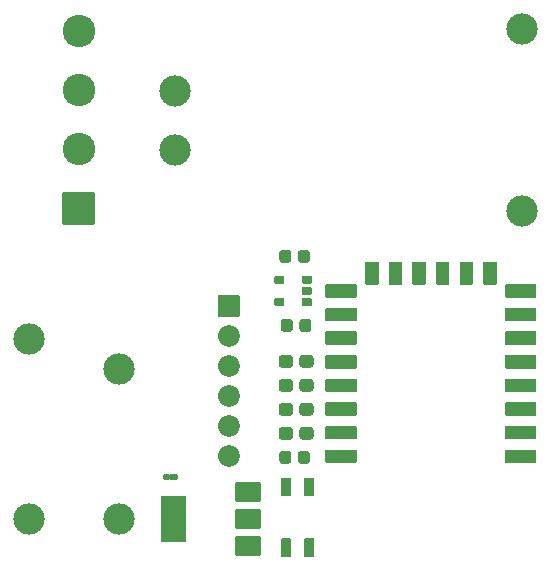
<source format=gts>
G04 #@! TF.GenerationSoftware,KiCad,Pcbnew,5.1.9-73d0e3b20d~88~ubuntu20.04.1*
G04 #@! TF.CreationDate,2021-03-27T20:57:37+01:00*
G04 #@! TF.ProjectId,Ceiling lamp,4365696c-696e-4672-906c-616d702e6b69,rev?*
G04 #@! TF.SameCoordinates,Original*
G04 #@! TF.FileFunction,Soldermask,Top*
G04 #@! TF.FilePolarity,Negative*
%FSLAX46Y46*%
G04 Gerber Fmt 4.6, Leading zero omitted, Abs format (unit mm)*
G04 Created by KiCad (PCBNEW 5.1.9-73d0e3b20d~88~ubuntu20.04.1) date 2021-03-27 20:57:37*
%MOMM*%
%LPD*%
G01*
G04 APERTURE LIST*
%ADD10C,2.650000*%
%ADD11O,1.850000X1.850000*%
%ADD12C,2.750000*%
%ADD13C,0.100000*%
G04 APERTURE END LIST*
D10*
X85358000Y-55572000D03*
X85358000Y-60572000D03*
X114758000Y-50372000D03*
X114758000Y-65772000D03*
X80615000Y-91865000D03*
X73015000Y-91865000D03*
X73015000Y-76625000D03*
X80615000Y-79165000D03*
G36*
G01*
X96962000Y-73212000D02*
X96962000Y-73722000D01*
G75*
G02*
X96887000Y-73797000I-75000J0D01*
G01*
X96187000Y-73797000D01*
G75*
G02*
X96112000Y-73722000I0J75000D01*
G01*
X96112000Y-73212000D01*
G75*
G02*
X96187000Y-73137000I75000J0D01*
G01*
X96887000Y-73137000D01*
G75*
G02*
X96962000Y-73212000I0J-75000D01*
G01*
G37*
G36*
G01*
X96962000Y-72262000D02*
X96962000Y-72772000D01*
G75*
G02*
X96887000Y-72847000I-75000J0D01*
G01*
X96187000Y-72847000D01*
G75*
G02*
X96112000Y-72772000I0J75000D01*
G01*
X96112000Y-72262000D01*
G75*
G02*
X96187000Y-72187000I75000J0D01*
G01*
X96887000Y-72187000D01*
G75*
G02*
X96962000Y-72262000I0J-75000D01*
G01*
G37*
G36*
G01*
X96962000Y-71312000D02*
X96962000Y-71822000D01*
G75*
G02*
X96887000Y-71897000I-75000J0D01*
G01*
X96187000Y-71897000D01*
G75*
G02*
X96112000Y-71822000I0J75000D01*
G01*
X96112000Y-71312000D01*
G75*
G02*
X96187000Y-71237000I75000J0D01*
G01*
X96887000Y-71237000D01*
G75*
G02*
X96962000Y-71312000I0J-75000D01*
G01*
G37*
G36*
G01*
X94642000Y-71312000D02*
X94642000Y-71822000D01*
G75*
G02*
X94567000Y-71897000I-75000J0D01*
G01*
X93867000Y-71897000D01*
G75*
G02*
X93792000Y-71822000I0J75000D01*
G01*
X93792000Y-71312000D01*
G75*
G02*
X93867000Y-71237000I75000J0D01*
G01*
X94567000Y-71237000D01*
G75*
G02*
X94642000Y-71312000I0J-75000D01*
G01*
G37*
G36*
G01*
X94642000Y-73212000D02*
X94642000Y-73722000D01*
G75*
G02*
X94567000Y-73797000I-75000J0D01*
G01*
X93867000Y-73797000D01*
G75*
G02*
X93792000Y-73722000I0J75000D01*
G01*
X93792000Y-73212000D01*
G75*
G02*
X93867000Y-73137000I75000J0D01*
G01*
X94567000Y-73137000D01*
G75*
G02*
X94642000Y-73212000I0J-75000D01*
G01*
G37*
G36*
G01*
X96408000Y-93474000D02*
X97108000Y-93474000D01*
G75*
G02*
X97183000Y-93549000I0J-75000D01*
G01*
X97183000Y-94999000D01*
G75*
G02*
X97108000Y-95074000I-75000J0D01*
G01*
X96408000Y-95074000D01*
G75*
G02*
X96333000Y-94999000I0J75000D01*
G01*
X96333000Y-93549000D01*
G75*
G02*
X96408000Y-93474000I75000J0D01*
G01*
G37*
G36*
G01*
X96408000Y-88314000D02*
X97108000Y-88314000D01*
G75*
G02*
X97183000Y-88389000I0J-75000D01*
G01*
X97183000Y-89839000D01*
G75*
G02*
X97108000Y-89914000I-75000J0D01*
G01*
X96408000Y-89914000D01*
G75*
G02*
X96333000Y-89839000I0J75000D01*
G01*
X96333000Y-88389000D01*
G75*
G02*
X96408000Y-88314000I75000J0D01*
G01*
G37*
G36*
G01*
X94408000Y-88314000D02*
X95108000Y-88314000D01*
G75*
G02*
X95183000Y-88389000I0J-75000D01*
G01*
X95183000Y-89839000D01*
G75*
G02*
X95108000Y-89914000I-75000J0D01*
G01*
X94408000Y-89914000D01*
G75*
G02*
X94333000Y-89839000I0J75000D01*
G01*
X94333000Y-88389000D01*
G75*
G02*
X94408000Y-88314000I75000J0D01*
G01*
G37*
G36*
G01*
X94408000Y-93474000D02*
X95108000Y-93474000D01*
G75*
G02*
X95183000Y-93549000I0J-75000D01*
G01*
X95183000Y-94999000D01*
G75*
G02*
X95108000Y-95074000I-75000J0D01*
G01*
X94408000Y-95074000D01*
G75*
G02*
X94333000Y-94999000I0J75000D01*
G01*
X94333000Y-93549000D01*
G75*
G02*
X94408000Y-93474000I75000J0D01*
G01*
G37*
G36*
G01*
X95906000Y-75731750D02*
X95906000Y-75144250D01*
G75*
G02*
X96162250Y-74888000I256250J0D01*
G01*
X96674750Y-74888000D01*
G75*
G02*
X96931000Y-75144250I0J-256250D01*
G01*
X96931000Y-75731750D01*
G75*
G02*
X96674750Y-75988000I-256250J0D01*
G01*
X96162250Y-75988000D01*
G75*
G02*
X95906000Y-75731750I0J256250D01*
G01*
G37*
G36*
G01*
X94331000Y-75731750D02*
X94331000Y-75144250D01*
G75*
G02*
X94587250Y-74888000I256250J0D01*
G01*
X95099750Y-74888000D01*
G75*
G02*
X95356000Y-75144250I0J-256250D01*
G01*
X95356000Y-75731750D01*
G75*
G02*
X95099750Y-75988000I-256250J0D01*
G01*
X94587250Y-75988000D01*
G75*
G02*
X94331000Y-75731750I0J256250D01*
G01*
G37*
G36*
G01*
X96804000Y-69302250D02*
X96804000Y-69889750D01*
G75*
G02*
X96547750Y-70146000I-256250J0D01*
G01*
X96035250Y-70146000D01*
G75*
G02*
X95779000Y-69889750I0J256250D01*
G01*
X95779000Y-69302250D01*
G75*
G02*
X96035250Y-69046000I256250J0D01*
G01*
X96547750Y-69046000D01*
G75*
G02*
X96804000Y-69302250I0J-256250D01*
G01*
G37*
G36*
G01*
X95229000Y-69302250D02*
X95229000Y-69889750D01*
G75*
G02*
X94972750Y-70146000I-256250J0D01*
G01*
X94460250Y-70146000D01*
G75*
G02*
X94204000Y-69889750I0J256250D01*
G01*
X94204000Y-69302250D01*
G75*
G02*
X94460250Y-69046000I256250J0D01*
G01*
X94972750Y-69046000D01*
G75*
G02*
X95229000Y-69302250I0J-256250D01*
G01*
G37*
G36*
G01*
X88991000Y-74637000D02*
X88991000Y-72937000D01*
G75*
G02*
X89066000Y-72862000I75000J0D01*
G01*
X90766000Y-72862000D01*
G75*
G02*
X90841000Y-72937000I0J-75000D01*
G01*
X90841000Y-74637000D01*
G75*
G02*
X90766000Y-74712000I-75000J0D01*
G01*
X89066000Y-74712000D01*
G75*
G02*
X88991000Y-74637000I0J75000D01*
G01*
G37*
D11*
X89916000Y-76327000D03*
X89916000Y-78867000D03*
X89916000Y-81407000D03*
X89916000Y-83947000D03*
X89916000Y-86487000D03*
G36*
G01*
X85588000Y-88127500D02*
X85588000Y-88402500D01*
G75*
G02*
X85450500Y-88540000I-137500J0D01*
G01*
X85115500Y-88540000D01*
G75*
G02*
X84978000Y-88402500I0J137500D01*
G01*
X84978000Y-88127500D01*
G75*
G02*
X85115500Y-87990000I137500J0D01*
G01*
X85450500Y-87990000D01*
G75*
G02*
X85588000Y-88127500I0J-137500D01*
G01*
G37*
G36*
G01*
X84948000Y-88127500D02*
X84948000Y-88402500D01*
G75*
G02*
X84810500Y-88540000I-137500J0D01*
G01*
X84475500Y-88540000D01*
G75*
G02*
X84338000Y-88402500I0J137500D01*
G01*
X84338000Y-88127500D01*
G75*
G02*
X84475500Y-87990000I137500J0D01*
G01*
X84810500Y-87990000D01*
G75*
G02*
X84948000Y-88127500I0J-137500D01*
G01*
G37*
G36*
G01*
X94204000Y-86907750D02*
X94204000Y-86320250D01*
G75*
G02*
X94460250Y-86064000I256250J0D01*
G01*
X94972750Y-86064000D01*
G75*
G02*
X95229000Y-86320250I0J-256250D01*
G01*
X95229000Y-86907750D01*
G75*
G02*
X94972750Y-87164000I-256250J0D01*
G01*
X94460250Y-87164000D01*
G75*
G02*
X94204000Y-86907750I0J256250D01*
G01*
G37*
G36*
G01*
X95779000Y-86907750D02*
X95779000Y-86320250D01*
G75*
G02*
X96035250Y-86064000I256250J0D01*
G01*
X96547750Y-86064000D01*
G75*
G02*
X96804000Y-86320250I0J-256250D01*
G01*
X96804000Y-86907750D01*
G75*
G02*
X96547750Y-87164000I-256250J0D01*
G01*
X96035250Y-87164000D01*
G75*
G02*
X95779000Y-86907750I0J256250D01*
G01*
G37*
G36*
G01*
X115966000Y-86018000D02*
X115966000Y-87018000D01*
G75*
G02*
X115891000Y-87093000I-75000J0D01*
G01*
X113391000Y-87093000D01*
G75*
G02*
X113316000Y-87018000I0J75000D01*
G01*
X113316000Y-86018000D01*
G75*
G02*
X113391000Y-85943000I75000J0D01*
G01*
X115891000Y-85943000D01*
G75*
G02*
X115966000Y-86018000I0J-75000D01*
G01*
G37*
G36*
G01*
X115966000Y-84018000D02*
X115966000Y-85018000D01*
G75*
G02*
X115891000Y-85093000I-75000J0D01*
G01*
X113391000Y-85093000D01*
G75*
G02*
X113316000Y-85018000I0J75000D01*
G01*
X113316000Y-84018000D01*
G75*
G02*
X113391000Y-83943000I75000J0D01*
G01*
X115891000Y-83943000D01*
G75*
G02*
X115966000Y-84018000I0J-75000D01*
G01*
G37*
G36*
G01*
X115966000Y-82018000D02*
X115966000Y-83018000D01*
G75*
G02*
X115891000Y-83093000I-75000J0D01*
G01*
X113391000Y-83093000D01*
G75*
G02*
X113316000Y-83018000I0J75000D01*
G01*
X113316000Y-82018000D01*
G75*
G02*
X113391000Y-81943000I75000J0D01*
G01*
X115891000Y-81943000D01*
G75*
G02*
X115966000Y-82018000I0J-75000D01*
G01*
G37*
G36*
G01*
X115966000Y-80018000D02*
X115966000Y-81018000D01*
G75*
G02*
X115891000Y-81093000I-75000J0D01*
G01*
X113391000Y-81093000D01*
G75*
G02*
X113316000Y-81018000I0J75000D01*
G01*
X113316000Y-80018000D01*
G75*
G02*
X113391000Y-79943000I75000J0D01*
G01*
X115891000Y-79943000D01*
G75*
G02*
X115966000Y-80018000I0J-75000D01*
G01*
G37*
G36*
G01*
X115966000Y-78018000D02*
X115966000Y-79018000D01*
G75*
G02*
X115891000Y-79093000I-75000J0D01*
G01*
X113391000Y-79093000D01*
G75*
G02*
X113316000Y-79018000I0J75000D01*
G01*
X113316000Y-78018000D01*
G75*
G02*
X113391000Y-77943000I75000J0D01*
G01*
X115891000Y-77943000D01*
G75*
G02*
X115966000Y-78018000I0J-75000D01*
G01*
G37*
G36*
G01*
X115966000Y-76018000D02*
X115966000Y-77018000D01*
G75*
G02*
X115891000Y-77093000I-75000J0D01*
G01*
X113391000Y-77093000D01*
G75*
G02*
X113316000Y-77018000I0J75000D01*
G01*
X113316000Y-76018000D01*
G75*
G02*
X113391000Y-75943000I75000J0D01*
G01*
X115891000Y-75943000D01*
G75*
G02*
X115966000Y-76018000I0J-75000D01*
G01*
G37*
G36*
G01*
X115966000Y-74018000D02*
X115966000Y-75018000D01*
G75*
G02*
X115891000Y-75093000I-75000J0D01*
G01*
X113391000Y-75093000D01*
G75*
G02*
X113316000Y-75018000I0J75000D01*
G01*
X113316000Y-74018000D01*
G75*
G02*
X113391000Y-73943000I75000J0D01*
G01*
X115891000Y-73943000D01*
G75*
G02*
X115966000Y-74018000I0J-75000D01*
G01*
G37*
G36*
G01*
X115966000Y-72018000D02*
X115966000Y-73018000D01*
G75*
G02*
X115891000Y-73093000I-75000J0D01*
G01*
X113391000Y-73093000D01*
G75*
G02*
X113316000Y-73018000I0J75000D01*
G01*
X113316000Y-72018000D01*
G75*
G02*
X113391000Y-71943000I75000J0D01*
G01*
X115891000Y-71943000D01*
G75*
G02*
X115966000Y-72018000I0J-75000D01*
G01*
G37*
G36*
G01*
X112616000Y-70118000D02*
X112616000Y-71918000D01*
G75*
G02*
X112541000Y-71993000I-75000J0D01*
G01*
X111541000Y-71993000D01*
G75*
G02*
X111466000Y-71918000I0J75000D01*
G01*
X111466000Y-70118000D01*
G75*
G02*
X111541000Y-70043000I75000J0D01*
G01*
X112541000Y-70043000D01*
G75*
G02*
X112616000Y-70118000I0J-75000D01*
G01*
G37*
G36*
G01*
X110616000Y-70118000D02*
X110616000Y-71918000D01*
G75*
G02*
X110541000Y-71993000I-75000J0D01*
G01*
X109541000Y-71993000D01*
G75*
G02*
X109466000Y-71918000I0J75000D01*
G01*
X109466000Y-70118000D01*
G75*
G02*
X109541000Y-70043000I75000J0D01*
G01*
X110541000Y-70043000D01*
G75*
G02*
X110616000Y-70118000I0J-75000D01*
G01*
G37*
G36*
G01*
X108616000Y-70118000D02*
X108616000Y-71918000D01*
G75*
G02*
X108541000Y-71993000I-75000J0D01*
G01*
X107541000Y-71993000D01*
G75*
G02*
X107466000Y-71918000I0J75000D01*
G01*
X107466000Y-70118000D01*
G75*
G02*
X107541000Y-70043000I75000J0D01*
G01*
X108541000Y-70043000D01*
G75*
G02*
X108616000Y-70118000I0J-75000D01*
G01*
G37*
G36*
G01*
X106616000Y-70118000D02*
X106616000Y-71918000D01*
G75*
G02*
X106541000Y-71993000I-75000J0D01*
G01*
X105541000Y-71993000D01*
G75*
G02*
X105466000Y-71918000I0J75000D01*
G01*
X105466000Y-70118000D01*
G75*
G02*
X105541000Y-70043000I75000J0D01*
G01*
X106541000Y-70043000D01*
G75*
G02*
X106616000Y-70118000I0J-75000D01*
G01*
G37*
G36*
G01*
X104616000Y-70118000D02*
X104616000Y-71918000D01*
G75*
G02*
X104541000Y-71993000I-75000J0D01*
G01*
X103541000Y-71993000D01*
G75*
G02*
X103466000Y-71918000I0J75000D01*
G01*
X103466000Y-70118000D01*
G75*
G02*
X103541000Y-70043000I75000J0D01*
G01*
X104541000Y-70043000D01*
G75*
G02*
X104616000Y-70118000I0J-75000D01*
G01*
G37*
G36*
G01*
X102616000Y-70118000D02*
X102616000Y-71918000D01*
G75*
G02*
X102541000Y-71993000I-75000J0D01*
G01*
X101541000Y-71993000D01*
G75*
G02*
X101466000Y-71918000I0J75000D01*
G01*
X101466000Y-70118000D01*
G75*
G02*
X101541000Y-70043000I75000J0D01*
G01*
X102541000Y-70043000D01*
G75*
G02*
X102616000Y-70118000I0J-75000D01*
G01*
G37*
G36*
G01*
X100766000Y-72018000D02*
X100766000Y-73018000D01*
G75*
G02*
X100691000Y-73093000I-75000J0D01*
G01*
X98191000Y-73093000D01*
G75*
G02*
X98116000Y-73018000I0J75000D01*
G01*
X98116000Y-72018000D01*
G75*
G02*
X98191000Y-71943000I75000J0D01*
G01*
X100691000Y-71943000D01*
G75*
G02*
X100766000Y-72018000I0J-75000D01*
G01*
G37*
G36*
G01*
X100766000Y-74018000D02*
X100766000Y-75018000D01*
G75*
G02*
X100691000Y-75093000I-75000J0D01*
G01*
X98191000Y-75093000D01*
G75*
G02*
X98116000Y-75018000I0J75000D01*
G01*
X98116000Y-74018000D01*
G75*
G02*
X98191000Y-73943000I75000J0D01*
G01*
X100691000Y-73943000D01*
G75*
G02*
X100766000Y-74018000I0J-75000D01*
G01*
G37*
G36*
G01*
X100766000Y-76018000D02*
X100766000Y-77018000D01*
G75*
G02*
X100691000Y-77093000I-75000J0D01*
G01*
X98191000Y-77093000D01*
G75*
G02*
X98116000Y-77018000I0J75000D01*
G01*
X98116000Y-76018000D01*
G75*
G02*
X98191000Y-75943000I75000J0D01*
G01*
X100691000Y-75943000D01*
G75*
G02*
X100766000Y-76018000I0J-75000D01*
G01*
G37*
G36*
G01*
X100766000Y-78018000D02*
X100766000Y-79018000D01*
G75*
G02*
X100691000Y-79093000I-75000J0D01*
G01*
X98191000Y-79093000D01*
G75*
G02*
X98116000Y-79018000I0J75000D01*
G01*
X98116000Y-78018000D01*
G75*
G02*
X98191000Y-77943000I75000J0D01*
G01*
X100691000Y-77943000D01*
G75*
G02*
X100766000Y-78018000I0J-75000D01*
G01*
G37*
G36*
G01*
X100766000Y-80018000D02*
X100766000Y-81018000D01*
G75*
G02*
X100691000Y-81093000I-75000J0D01*
G01*
X98191000Y-81093000D01*
G75*
G02*
X98116000Y-81018000I0J75000D01*
G01*
X98116000Y-80018000D01*
G75*
G02*
X98191000Y-79943000I75000J0D01*
G01*
X100691000Y-79943000D01*
G75*
G02*
X100766000Y-80018000I0J-75000D01*
G01*
G37*
G36*
G01*
X100766000Y-82018000D02*
X100766000Y-83018000D01*
G75*
G02*
X100691000Y-83093000I-75000J0D01*
G01*
X98191000Y-83093000D01*
G75*
G02*
X98116000Y-83018000I0J75000D01*
G01*
X98116000Y-82018000D01*
G75*
G02*
X98191000Y-81943000I75000J0D01*
G01*
X100691000Y-81943000D01*
G75*
G02*
X100766000Y-82018000I0J-75000D01*
G01*
G37*
G36*
G01*
X100766000Y-84018000D02*
X100766000Y-85018000D01*
G75*
G02*
X100691000Y-85093000I-75000J0D01*
G01*
X98191000Y-85093000D01*
G75*
G02*
X98116000Y-85018000I0J75000D01*
G01*
X98116000Y-84018000D01*
G75*
G02*
X98191000Y-83943000I75000J0D01*
G01*
X100691000Y-83943000D01*
G75*
G02*
X100766000Y-84018000I0J-75000D01*
G01*
G37*
G36*
G01*
X100766000Y-86018000D02*
X100766000Y-87018000D01*
G75*
G02*
X100691000Y-87093000I-75000J0D01*
G01*
X98191000Y-87093000D01*
G75*
G02*
X98116000Y-87018000I0J75000D01*
G01*
X98116000Y-86018000D01*
G75*
G02*
X98191000Y-85943000I75000J0D01*
G01*
X100691000Y-85943000D01*
G75*
G02*
X100766000Y-86018000I0J-75000D01*
G01*
G37*
G36*
G01*
X95356000Y-82275000D02*
X95356000Y-82825000D01*
G75*
G02*
X95081000Y-83100000I-275000J0D01*
G01*
X94431000Y-83100000D01*
G75*
G02*
X94156000Y-82825000I0J275000D01*
G01*
X94156000Y-82275000D01*
G75*
G02*
X94431000Y-82000000I275000J0D01*
G01*
X95081000Y-82000000D01*
G75*
G02*
X95356000Y-82275000I0J-275000D01*
G01*
G37*
G36*
G01*
X97106000Y-82275000D02*
X97106000Y-82825000D01*
G75*
G02*
X96831000Y-83100000I-275000J0D01*
G01*
X96181000Y-83100000D01*
G75*
G02*
X95906000Y-82825000I0J275000D01*
G01*
X95906000Y-82275000D01*
G75*
G02*
X96181000Y-82000000I275000J0D01*
G01*
X96831000Y-82000000D01*
G75*
G02*
X97106000Y-82275000I0J-275000D01*
G01*
G37*
G36*
G01*
X94156000Y-78761000D02*
X94156000Y-78211000D01*
G75*
G02*
X94431000Y-77936000I275000J0D01*
G01*
X95081000Y-77936000D01*
G75*
G02*
X95356000Y-78211000I0J-275000D01*
G01*
X95356000Y-78761000D01*
G75*
G02*
X95081000Y-79036000I-275000J0D01*
G01*
X94431000Y-79036000D01*
G75*
G02*
X94156000Y-78761000I0J275000D01*
G01*
G37*
G36*
G01*
X95906000Y-78761000D02*
X95906000Y-78211000D01*
G75*
G02*
X96181000Y-77936000I275000J0D01*
G01*
X96831000Y-77936000D01*
G75*
G02*
X97106000Y-78211000I0J-275000D01*
G01*
X97106000Y-78761000D01*
G75*
G02*
X96831000Y-79036000I-275000J0D01*
G01*
X96181000Y-79036000D01*
G75*
G02*
X95906000Y-78761000I0J275000D01*
G01*
G37*
G36*
G01*
X95356000Y-80243000D02*
X95356000Y-80793000D01*
G75*
G02*
X95081000Y-81068000I-275000J0D01*
G01*
X94431000Y-81068000D01*
G75*
G02*
X94156000Y-80793000I0J275000D01*
G01*
X94156000Y-80243000D01*
G75*
G02*
X94431000Y-79968000I275000J0D01*
G01*
X95081000Y-79968000D01*
G75*
G02*
X95356000Y-80243000I0J-275000D01*
G01*
G37*
G36*
G01*
X97106000Y-80243000D02*
X97106000Y-80793000D01*
G75*
G02*
X96831000Y-81068000I-275000J0D01*
G01*
X96181000Y-81068000D01*
G75*
G02*
X95906000Y-80793000I0J275000D01*
G01*
X95906000Y-80243000D01*
G75*
G02*
X96181000Y-79968000I275000J0D01*
G01*
X96831000Y-79968000D01*
G75*
G02*
X97106000Y-80243000I0J-275000D01*
G01*
G37*
G36*
G01*
X94156000Y-84857000D02*
X94156000Y-84307000D01*
G75*
G02*
X94431000Y-84032000I275000J0D01*
G01*
X95081000Y-84032000D01*
G75*
G02*
X95356000Y-84307000I0J-275000D01*
G01*
X95356000Y-84857000D01*
G75*
G02*
X95081000Y-85132000I-275000J0D01*
G01*
X94431000Y-85132000D01*
G75*
G02*
X94156000Y-84857000I0J275000D01*
G01*
G37*
G36*
G01*
X95906000Y-84857000D02*
X95906000Y-84307000D01*
G75*
G02*
X96181000Y-84032000I275000J0D01*
G01*
X96831000Y-84032000D01*
G75*
G02*
X97106000Y-84307000I0J-275000D01*
G01*
X97106000Y-84857000D01*
G75*
G02*
X96831000Y-85132000I-275000J0D01*
G01*
X96181000Y-85132000D01*
G75*
G02*
X95906000Y-84857000I0J275000D01*
G01*
G37*
G36*
G01*
X86317000Y-89921000D02*
X86317000Y-93721000D01*
G75*
G02*
X86242000Y-93796000I-75000J0D01*
G01*
X84242000Y-93796000D01*
G75*
G02*
X84167000Y-93721000I0J75000D01*
G01*
X84167000Y-89921000D01*
G75*
G02*
X84242000Y-89846000I75000J0D01*
G01*
X86242000Y-89846000D01*
G75*
G02*
X86317000Y-89921000I0J-75000D01*
G01*
G37*
G36*
G01*
X92617000Y-91071000D02*
X92617000Y-92571000D01*
G75*
G02*
X92542000Y-92646000I-75000J0D01*
G01*
X90542000Y-92646000D01*
G75*
G02*
X90467000Y-92571000I0J75000D01*
G01*
X90467000Y-91071000D01*
G75*
G02*
X90542000Y-90996000I75000J0D01*
G01*
X92542000Y-90996000D01*
G75*
G02*
X92617000Y-91071000I0J-75000D01*
G01*
G37*
G36*
G01*
X92617000Y-88771000D02*
X92617000Y-90271000D01*
G75*
G02*
X92542000Y-90346000I-75000J0D01*
G01*
X90542000Y-90346000D01*
G75*
G02*
X90467000Y-90271000I0J75000D01*
G01*
X90467000Y-88771000D01*
G75*
G02*
X90542000Y-88696000I75000J0D01*
G01*
X92542000Y-88696000D01*
G75*
G02*
X92617000Y-88771000I0J-75000D01*
G01*
G37*
G36*
G01*
X92617000Y-93371000D02*
X92617000Y-94871000D01*
G75*
G02*
X92542000Y-94946000I-75000J0D01*
G01*
X90542000Y-94946000D01*
G75*
G02*
X90467000Y-94871000I0J75000D01*
G01*
X90467000Y-93371000D01*
G75*
G02*
X90542000Y-93296000I75000J0D01*
G01*
X92542000Y-93296000D01*
G75*
G02*
X92617000Y-93371000I0J-75000D01*
G01*
G37*
G36*
G01*
X78516000Y-66907000D02*
X75916000Y-66907000D01*
G75*
G02*
X75841000Y-66832000I0J75000D01*
G01*
X75841000Y-64232000D01*
G75*
G02*
X75916000Y-64157000I75000J0D01*
G01*
X78516000Y-64157000D01*
G75*
G02*
X78591000Y-64232000I0J-75000D01*
G01*
X78591000Y-66832000D01*
G75*
G02*
X78516000Y-66907000I-75000J0D01*
G01*
G37*
D12*
X77216000Y-60532000D03*
X77216000Y-55532000D03*
X77216000Y-50532000D03*
D13*
G36*
X84867056Y-87988010D02*
G01*
X84887708Y-87990044D01*
X84888093Y-87990120D01*
X84902052Y-87994355D01*
X84902414Y-87994505D01*
X84904932Y-87995850D01*
X84927294Y-88005114D01*
X84950944Y-88009819D01*
X84975051Y-88009819D01*
X84998701Y-88005115D01*
X85021068Y-87995850D01*
X85023586Y-87994505D01*
X85023948Y-87994355D01*
X85037907Y-87990120D01*
X85038292Y-87990044D01*
X85058944Y-87988010D01*
X85059140Y-87988000D01*
X85115500Y-87988000D01*
X85117232Y-87989000D01*
X85117232Y-87991000D01*
X85115696Y-87991990D01*
X85089070Y-87994612D01*
X85063650Y-88002324D01*
X85040225Y-88014844D01*
X85019694Y-88031694D01*
X85002844Y-88052225D01*
X84990324Y-88075650D01*
X84982612Y-88101070D01*
X84980000Y-88127594D01*
X84980000Y-88402406D01*
X84982612Y-88428930D01*
X84990324Y-88454350D01*
X85002844Y-88477775D01*
X85019694Y-88498306D01*
X85040225Y-88515156D01*
X85063650Y-88527676D01*
X85089070Y-88535388D01*
X85115696Y-88538010D01*
X85117322Y-88539175D01*
X85117126Y-88541165D01*
X85115500Y-88542000D01*
X85059140Y-88542000D01*
X85058944Y-88541990D01*
X85038292Y-88539956D01*
X85037907Y-88539880D01*
X85023948Y-88535645D01*
X85023586Y-88535495D01*
X85021068Y-88534150D01*
X84998706Y-88524886D01*
X84975056Y-88520181D01*
X84950949Y-88520181D01*
X84927299Y-88524885D01*
X84904932Y-88534150D01*
X84902414Y-88535495D01*
X84902052Y-88535645D01*
X84888093Y-88539880D01*
X84887708Y-88539956D01*
X84867056Y-88541990D01*
X84866860Y-88542000D01*
X84810500Y-88542000D01*
X84808768Y-88541000D01*
X84808768Y-88539000D01*
X84810304Y-88538010D01*
X84836930Y-88535388D01*
X84862350Y-88527676D01*
X84885775Y-88515156D01*
X84906306Y-88498306D01*
X84923156Y-88477775D01*
X84935676Y-88454350D01*
X84943388Y-88428930D01*
X84946000Y-88402406D01*
X84946000Y-88127594D01*
X84943388Y-88101070D01*
X84935676Y-88075650D01*
X84923156Y-88052225D01*
X84906306Y-88031694D01*
X84885775Y-88014844D01*
X84862350Y-88002324D01*
X84836930Y-87994612D01*
X84810304Y-87991990D01*
X84808678Y-87990825D01*
X84808874Y-87988835D01*
X84810500Y-87988000D01*
X84866860Y-87988000D01*
X84867056Y-87988010D01*
G37*
M02*

</source>
